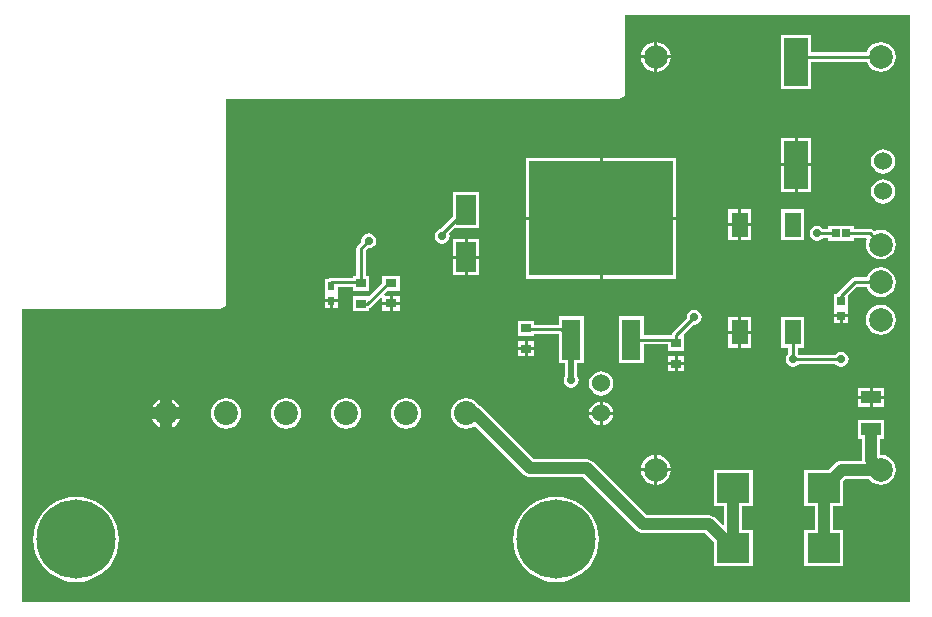
<source format=gbl>
G04 Layer_Physical_Order=2*
G04 Layer_Color=16711680*
%FSLAX25Y25*%
%MOIN*%
G70*
G01*
G75*
%ADD10R,0.03740X0.03150*%
%ADD16R,0.03543X0.02953*%
%ADD17C,0.04000*%
%ADD18C,0.01000*%
%ADD19C,0.02000*%
%ADD20C,0.06000*%
%ADD21C,0.07874*%
%ADD22C,0.07992*%
%ADD23C,0.02900*%
%ADD24R,0.02800X0.02800*%
%ADD25R,0.05512X0.08268*%
%ADD26R,0.11000X0.10000*%
%ADD27R,0.02756X0.02756*%
%ADD28R,0.06693X0.04331*%
%ADD29R,0.06693X0.09843*%
%ADD30R,0.48031X0.38386*%
%ADD31R,0.06299X0.13780*%
%ADD32R,0.07874X0.16142*%
%ADD33C,0.26400*%
%ADD34R,0.02362X0.02953*%
G36*
X297961Y2039D02*
X2039D01*
Y99961D01*
X68000D01*
X68780Y100116D01*
X69442Y100558D01*
X69884Y101220D01*
X70039Y102000D01*
Y169961D01*
X201000D01*
X201780Y170116D01*
X202442Y170558D01*
X202884Y171220D01*
X203039Y172000D01*
Y197961D01*
X297961D01*
Y2039D01*
D02*
G37*
%LPC*%
G36*
X219500Y81055D02*
X217228D01*
Y79079D01*
X219500D01*
Y81055D01*
D02*
G37*
G36*
X195000Y79035D02*
X193956Y78897D01*
X192983Y78494D01*
X192147Y77853D01*
X191506Y77017D01*
X191103Y76044D01*
X190965Y75000D01*
X191103Y73956D01*
X191506Y72983D01*
X192147Y72147D01*
X192983Y71506D01*
X193956Y71103D01*
X195000Y70965D01*
X196044Y71103D01*
X197017Y71506D01*
X197853Y72147D01*
X198494Y72983D01*
X198897Y73956D01*
X199035Y75000D01*
X198897Y76044D01*
X198494Y77017D01*
X197853Y77853D01*
X197017Y78494D01*
X196044Y78897D01*
X195000Y79035D01*
D02*
G37*
G36*
X262575Y97220D02*
X255063D01*
Y86953D01*
X257471D01*
Y84925D01*
X257234Y84766D01*
X256692Y83956D01*
X256502Y83000D01*
X256692Y82044D01*
X257234Y81234D01*
X258044Y80692D01*
X259000Y80502D01*
X259956Y80692D01*
X260766Y81234D01*
X260925Y81471D01*
X273075D01*
X273234Y81234D01*
X274044Y80692D01*
X275000Y80502D01*
X275956Y80692D01*
X276766Y81234D01*
X277308Y82044D01*
X277498Y83000D01*
X277308Y83956D01*
X276766Y84766D01*
X275956Y85308D01*
X275000Y85498D01*
X274044Y85308D01*
X273234Y84766D01*
X273075Y84529D01*
X260925D01*
X260766Y84766D01*
X260529Y84925D01*
Y86953D01*
X262575D01*
Y97220D01*
D02*
G37*
G36*
X222772Y81055D02*
X220500D01*
Y79079D01*
X222772D01*
Y81055D01*
D02*
G37*
G36*
X289347Y73480D02*
X285500D01*
Y70815D01*
X289347D01*
Y73480D01*
D02*
G37*
G36*
X284500Y69815D02*
X280654D01*
Y67150D01*
X284500D01*
Y69815D01*
D02*
G37*
G36*
X52000Y69579D02*
Y67000D01*
X54579D01*
X54364Y67520D01*
X53563Y68563D01*
X52520Y69364D01*
X52000Y69579D01*
D02*
G37*
G36*
X284500Y73480D02*
X280654D01*
Y70815D01*
X284500D01*
Y73480D01*
D02*
G37*
G36*
X289347Y69815D02*
X285500D01*
Y67150D01*
X289347D01*
Y69815D01*
D02*
G37*
G36*
X219500Y84031D02*
X217228D01*
Y82055D01*
X219500D01*
Y84031D01*
D02*
G37*
G36*
X172772Y89031D02*
X170500D01*
Y87055D01*
X172772D01*
Y89031D01*
D02*
G37*
G36*
X169500D02*
X167228D01*
Y87055D01*
X169500D01*
Y89031D01*
D02*
G37*
G36*
X288268Y101161D02*
X286979Y100991D01*
X285778Y100494D01*
X284747Y99702D01*
X283955Y98671D01*
X283458Y97470D01*
X283288Y96181D01*
X283458Y94892D01*
X283955Y93691D01*
X284747Y92660D01*
X285778Y91869D01*
X286979Y91371D01*
X288268Y91202D01*
X289557Y91371D01*
X290757Y91869D01*
X291789Y92660D01*
X292580Y93691D01*
X293078Y94892D01*
X293247Y96181D01*
X293078Y97470D01*
X292580Y98671D01*
X291789Y99702D01*
X290757Y100494D01*
X289557Y100991D01*
X288268Y101161D01*
D02*
G37*
G36*
X226000Y99498D02*
X225044Y99308D01*
X224234Y98766D01*
X223692Y97956D01*
X223502Y97000D01*
X223558Y96720D01*
X218919Y92081D01*
X218587Y91585D01*
X218486Y91076D01*
X218386Y91096D01*
X209150D01*
Y97457D01*
X200850D01*
Y81677D01*
X209150D01*
Y88038D01*
X217228D01*
Y85969D01*
X222772D01*
Y90921D01*
X222737D01*
X222546Y91383D01*
X225721Y94558D01*
X226000Y94502D01*
X226956Y94692D01*
X227766Y95234D01*
X228308Y96044D01*
X228498Y97000D01*
X228308Y97956D01*
X227766Y98766D01*
X226956Y99308D01*
X226000Y99498D01*
D02*
G37*
G36*
X244937Y91587D02*
X241681D01*
Y86953D01*
X244937D01*
Y91587D01*
D02*
G37*
G36*
X169500Y86055D02*
X167228D01*
Y84079D01*
X169500D01*
Y86055D01*
D02*
G37*
G36*
X222772Y84031D02*
X220500D01*
Y82055D01*
X222772D01*
Y84031D01*
D02*
G37*
G36*
X240681Y91587D02*
X237425D01*
Y86953D01*
X240681D01*
Y91587D01*
D02*
G37*
G36*
X172772Y86055D02*
X170500D01*
Y84079D01*
X172772D01*
Y86055D01*
D02*
G37*
G36*
X212768Y51095D02*
X211979Y50991D01*
X210778Y50494D01*
X209747Y49702D01*
X208955Y48671D01*
X208458Y47470D01*
X208354Y46681D01*
X212768D01*
Y51095D01*
D02*
G37*
G36*
X218181Y45681D02*
X213768D01*
Y41267D01*
X214557Y41371D01*
X215757Y41869D01*
X216789Y42660D01*
X217580Y43691D01*
X218078Y44892D01*
X218181Y45681D01*
D02*
G37*
G36*
X70000Y70039D02*
X68696Y69867D01*
X67480Y69364D01*
X66437Y68563D01*
X65636Y67520D01*
X65132Y66304D01*
X64961Y65000D01*
X65132Y63696D01*
X65636Y62480D01*
X66437Y61437D01*
X67480Y60636D01*
X68696Y60132D01*
X70000Y59961D01*
X71304Y60132D01*
X72520Y60636D01*
X73563Y61437D01*
X74364Y62480D01*
X74867Y63696D01*
X75039Y65000D01*
X74867Y66304D01*
X74364Y67520D01*
X73563Y68563D01*
X72520Y69364D01*
X71304Y69867D01*
X70000Y70039D01*
D02*
G37*
G36*
X213768Y51095D02*
Y46681D01*
X218181D01*
X218078Y47470D01*
X217580Y48671D01*
X216789Y49702D01*
X215757Y50494D01*
X214557Y50991D01*
X213768Y51095D01*
D02*
G37*
G36*
X212768Y45681D02*
X208354D01*
X208458Y44892D01*
X208955Y43691D01*
X209747Y42660D01*
X210778Y41869D01*
X211979Y41371D01*
X212768Y41267D01*
Y45681D01*
D02*
G37*
G36*
X180000Y37244D02*
X177772Y37069D01*
X175598Y36547D01*
X173533Y35691D01*
X171628Y34524D01*
X169928Y33072D01*
X168476Y31372D01*
X167309Y29467D01*
X166453Y27402D01*
X165931Y25228D01*
X165756Y23000D01*
X165931Y20772D01*
X166453Y18598D01*
X167309Y16533D01*
X168476Y14628D01*
X169928Y12928D01*
X171628Y11476D01*
X173533Y10309D01*
X175598Y9453D01*
X177772Y8931D01*
X180000Y8756D01*
X182228Y8931D01*
X184402Y9453D01*
X186467Y10309D01*
X188372Y11476D01*
X190072Y12928D01*
X191524Y14628D01*
X192691Y16533D01*
X193547Y18598D01*
X194069Y20772D01*
X194244Y23000D01*
X194069Y25228D01*
X193547Y27402D01*
X192691Y29467D01*
X191524Y31372D01*
X190072Y33072D01*
X188372Y34524D01*
X186467Y35691D01*
X184402Y36547D01*
X182228Y37069D01*
X180000Y37244D01*
D02*
G37*
G36*
X20000D02*
X17772Y37069D01*
X15598Y36547D01*
X13533Y35691D01*
X11628Y34524D01*
X9928Y33072D01*
X8476Y31372D01*
X7309Y29467D01*
X6453Y27402D01*
X5931Y25228D01*
X5756Y23000D01*
X5931Y20772D01*
X6453Y18598D01*
X7309Y16533D01*
X8476Y14628D01*
X9928Y12928D01*
X11628Y11476D01*
X13533Y10309D01*
X15598Y9453D01*
X17772Y8931D01*
X20000Y8756D01*
X22228Y8931D01*
X24402Y9453D01*
X26467Y10309D01*
X28372Y11476D01*
X30072Y12928D01*
X31524Y14628D01*
X32691Y16533D01*
X33547Y18598D01*
X34069Y20772D01*
X34244Y23000D01*
X34069Y25228D01*
X33547Y27402D01*
X32691Y29467D01*
X31524Y31372D01*
X30072Y33072D01*
X28372Y34524D01*
X26467Y35691D01*
X24402Y36547D01*
X22228Y37069D01*
X20000Y37244D01*
D02*
G37*
G36*
X289347Y62850D02*
X280654D01*
Y56520D01*
X281974D01*
Y49449D01*
X281762Y49207D01*
X275181D01*
X274398Y49104D01*
X273668Y48802D01*
X273042Y48321D01*
X270921Y46200D01*
X262700D01*
Y34200D01*
X266174D01*
Y26000D01*
X262700D01*
Y14000D01*
X275700D01*
Y26000D01*
X272226D01*
Y34200D01*
X275700D01*
Y42421D01*
X276434Y43155D01*
X284367D01*
X284747Y42660D01*
X285778Y41869D01*
X286979Y41371D01*
X288268Y41201D01*
X289557Y41371D01*
X290757Y41869D01*
X291789Y42660D01*
X292580Y43691D01*
X293078Y44892D01*
X293247Y46181D01*
X293078Y47470D01*
X292580Y48671D01*
X291789Y49702D01*
X290757Y50494D01*
X289557Y50991D01*
X288268Y51161D01*
X288026Y51373D01*
Y56520D01*
X289347D01*
Y62850D01*
D02*
G37*
G36*
X150000Y70039D02*
X148696Y69867D01*
X147480Y69364D01*
X146437Y68563D01*
X145636Y67520D01*
X145133Y66304D01*
X144961Y65000D01*
X145133Y63696D01*
X145636Y62480D01*
X146437Y61437D01*
X147480Y60636D01*
X148696Y60132D01*
X150000Y59961D01*
X151304Y60132D01*
X152520Y60636D01*
X152839Y60881D01*
X169179Y44541D01*
X169806Y44061D01*
X170536Y43758D01*
X171319Y43655D01*
X189066D01*
X206860Y25860D01*
X207487Y25379D01*
X208217Y25077D01*
X209000Y24974D01*
X229747D01*
X232500Y22221D01*
Y14000D01*
X245500D01*
Y26000D01*
X242026D01*
Y34200D01*
X245500D01*
Y46200D01*
X232500D01*
Y34200D01*
X235974D01*
Y27958D01*
X235512Y27767D01*
X233140Y30140D01*
X232513Y30621D01*
X231783Y30923D01*
X231000Y31026D01*
X210253D01*
X192458Y48821D01*
X191832Y49302D01*
X191102Y49604D01*
X190319Y49707D01*
X172572D01*
X155140Y67140D01*
X154513Y67620D01*
X154181Y67758D01*
X153563Y68563D01*
X152520Y69364D01*
X151304Y69867D01*
X150000Y70039D01*
D02*
G37*
G36*
X90000D02*
X88696Y69867D01*
X87480Y69364D01*
X86437Y68563D01*
X85636Y67520D01*
X85132Y66304D01*
X84961Y65000D01*
X85132Y63696D01*
X85636Y62480D01*
X86437Y61437D01*
X87480Y60636D01*
X88696Y60132D01*
X90000Y59961D01*
X91304Y60132D01*
X92520Y60636D01*
X93563Y61437D01*
X94364Y62480D01*
X94867Y63696D01*
X95039Y65000D01*
X94867Y66304D01*
X94364Y67520D01*
X93563Y68563D01*
X92520Y69364D01*
X91304Y69867D01*
X90000Y70039D01*
D02*
G37*
G36*
X194500Y68969D02*
X193956Y68897D01*
X192983Y68494D01*
X192147Y67853D01*
X191506Y67017D01*
X191103Y66044D01*
X191031Y65500D01*
X194500D01*
Y68969D01*
D02*
G37*
G36*
X198969Y64500D02*
X195500D01*
Y61031D01*
X196044Y61103D01*
X197017Y61506D01*
X197853Y62147D01*
X198494Y62983D01*
X198897Y63956D01*
X198969Y64500D01*
D02*
G37*
G36*
X48000Y69579D02*
X47480Y69364D01*
X46437Y68563D01*
X45636Y67520D01*
X45421Y67000D01*
X48000D01*
Y69579D01*
D02*
G37*
G36*
X195500Y68969D02*
Y65500D01*
X198969D01*
X198897Y66044D01*
X198494Y67017D01*
X197853Y67853D01*
X197017Y68494D01*
X196044Y68897D01*
X195500Y68969D01*
D02*
G37*
G36*
X194500Y64500D02*
X191031D01*
X191103Y63956D01*
X191506Y62983D01*
X192147Y62147D01*
X192983Y61506D01*
X193956Y61103D01*
X194500Y61031D01*
Y64500D01*
D02*
G37*
G36*
X130000Y70039D02*
X128696Y69867D01*
X127480Y69364D01*
X126437Y68563D01*
X125636Y67520D01*
X125133Y66304D01*
X124961Y65000D01*
X125133Y63696D01*
X125636Y62480D01*
X126437Y61437D01*
X127480Y60636D01*
X128696Y60132D01*
X130000Y59961D01*
X131304Y60132D01*
X132520Y60636D01*
X133563Y61437D01*
X134364Y62480D01*
X134868Y63696D01*
X135039Y65000D01*
X134868Y66304D01*
X134364Y67520D01*
X133563Y68563D01*
X132520Y69364D01*
X131304Y69867D01*
X130000Y70039D01*
D02*
G37*
G36*
X110000D02*
X108696Y69867D01*
X107480Y69364D01*
X106437Y68563D01*
X105636Y67520D01*
X105132Y66304D01*
X104961Y65000D01*
X105132Y63696D01*
X105636Y62480D01*
X106437Y61437D01*
X107480Y60636D01*
X108696Y60132D01*
X110000Y59961D01*
X111304Y60132D01*
X112520Y60636D01*
X113563Y61437D01*
X114364Y62480D01*
X114867Y63696D01*
X115039Y65000D01*
X114867Y66304D01*
X114364Y67520D01*
X113563Y68563D01*
X112520Y69364D01*
X111304Y69867D01*
X110000Y70039D01*
D02*
G37*
G36*
X54579Y63000D02*
X52000D01*
Y60421D01*
X52520Y60636D01*
X53563Y61437D01*
X54364Y62480D01*
X54579Y63000D01*
D02*
G37*
G36*
X48000D02*
X45421D01*
X45636Y62480D01*
X46437Y61437D01*
X47480Y60636D01*
X48000Y60421D01*
Y63000D01*
D02*
G37*
G36*
X194500Y150193D02*
X169984D01*
Y130500D01*
X194500D01*
Y150193D01*
D02*
G37*
G36*
X244937Y133047D02*
X241681D01*
Y128413D01*
X244937D01*
Y133047D01*
D02*
G37*
G36*
X289000Y143035D02*
X287956Y142897D01*
X286983Y142494D01*
X286147Y141853D01*
X285506Y141017D01*
X285103Y140044D01*
X284965Y139000D01*
X285103Y137956D01*
X285506Y136983D01*
X286147Y136147D01*
X286983Y135506D01*
X287956Y135103D01*
X289000Y134966D01*
X290044Y135103D01*
X291017Y135506D01*
X291853Y136147D01*
X292494Y136983D01*
X292897Y137956D01*
X293035Y139000D01*
X292897Y140044D01*
X292494Y141017D01*
X291853Y141853D01*
X291017Y142494D01*
X290044Y142897D01*
X289000Y143035D01*
D02*
G37*
G36*
X220016Y150193D02*
X195500D01*
Y130500D01*
X220016D01*
Y150193D01*
D02*
G37*
G36*
X240681Y133047D02*
X237425D01*
Y128413D01*
X240681D01*
Y133047D01*
D02*
G37*
G36*
Y127413D02*
X237425D01*
Y122780D01*
X240681D01*
Y127413D01*
D02*
G37*
G36*
X154347Y138795D02*
X145653D01*
Y130690D01*
X141327Y126364D01*
X141044Y126308D01*
X140234Y125766D01*
X139692Y124956D01*
X139502Y124000D01*
X139692Y123044D01*
X140234Y122234D01*
X141044Y121692D01*
X142000Y121502D01*
X142956Y121692D01*
X143766Y122234D01*
X144308Y123044D01*
X144498Y124000D01*
X144308Y124956D01*
X144283Y124994D01*
X146242Y126953D01*
X154347D01*
Y138795D01*
D02*
G37*
G36*
X262575Y133047D02*
X255063D01*
Y122780D01*
X262575D01*
Y133047D01*
D02*
G37*
G36*
X244937Y127413D02*
X241681D01*
Y122780D01*
X244937D01*
Y127413D01*
D02*
G37*
G36*
X259500Y147374D02*
X255063D01*
Y138803D01*
X259500D01*
Y147374D01*
D02*
G37*
G36*
X218181Y183319D02*
X213768D01*
Y178905D01*
X214557Y179009D01*
X215757Y179506D01*
X216789Y180298D01*
X217580Y181329D01*
X218078Y182530D01*
X218181Y183319D01*
D02*
G37*
G36*
X212768D02*
X208354D01*
X208458Y182530D01*
X208955Y181329D01*
X209747Y180298D01*
X210778Y179506D01*
X211979Y179009D01*
X212768Y178905D01*
Y183319D01*
D02*
G37*
G36*
X213768Y188733D02*
Y184319D01*
X218181D01*
X218078Y185108D01*
X217580Y186309D01*
X216789Y187340D01*
X215757Y188131D01*
X214557Y188629D01*
X213768Y188733D01*
D02*
G37*
G36*
X212768D02*
X211979Y188629D01*
X210778Y188131D01*
X209747Y187340D01*
X208955Y186309D01*
X208458Y185108D01*
X208354Y184319D01*
X212768D01*
Y188733D01*
D02*
G37*
G36*
X264937Y191197D02*
X255063D01*
Y173055D01*
X264937D01*
Y182290D01*
X283557D01*
X283955Y181329D01*
X284747Y180298D01*
X285778Y179506D01*
X286979Y179009D01*
X288268Y178839D01*
X289557Y179009D01*
X290757Y179506D01*
X291789Y180298D01*
X292580Y181329D01*
X293078Y182530D01*
X293247Y183819D01*
X293078Y185108D01*
X292580Y186309D01*
X291789Y187340D01*
X290757Y188131D01*
X289557Y188629D01*
X288268Y188798D01*
X286979Y188629D01*
X285778Y188131D01*
X284747Y187340D01*
X283955Y186309D01*
X283557Y185348D01*
X264937D01*
Y191197D01*
D02*
G37*
G36*
X289000Y153034D02*
X287956Y152897D01*
X286983Y152494D01*
X286147Y151853D01*
X285506Y151017D01*
X285103Y150044D01*
X284965Y149000D01*
X285103Y147956D01*
X285506Y146983D01*
X286147Y146147D01*
X286983Y145506D01*
X287956Y145103D01*
X289000Y144966D01*
X290044Y145103D01*
X291017Y145506D01*
X291853Y146147D01*
X292494Y146983D01*
X292897Y147956D01*
X293035Y149000D01*
X292897Y150044D01*
X292494Y151017D01*
X291853Y151853D01*
X291017Y152494D01*
X290044Y152897D01*
X289000Y153034D01*
D02*
G37*
G36*
X264937Y147374D02*
X260500D01*
Y138803D01*
X264937D01*
Y147374D01*
D02*
G37*
G36*
Y156945D02*
X260500D01*
Y148374D01*
X264937D01*
Y156945D01*
D02*
G37*
G36*
X259500D02*
X255063D01*
Y148374D01*
X259500D01*
Y156945D01*
D02*
G37*
G36*
X117500Y124998D02*
X116544Y124808D01*
X115734Y124266D01*
X115192Y123456D01*
X115002Y122500D01*
X115058Y122221D01*
X113919Y121081D01*
X113587Y120585D01*
X113471Y120000D01*
Y110921D01*
X112228D01*
Y110171D01*
X105000D01*
X104415Y110055D01*
X104239Y109937D01*
X102819D01*
Y104984D01*
Y103039D01*
X105000D01*
X107181D01*
Y104984D01*
Y107112D01*
X112228D01*
Y105968D01*
X117772D01*
Y110921D01*
X116529D01*
Y119367D01*
X117220Y120058D01*
X117500Y120002D01*
X118456Y120192D01*
X119266Y120734D01*
X119808Y121544D01*
X119998Y122500D01*
X119808Y123456D01*
X119266Y124266D01*
X118456Y124808D01*
X117500Y124998D01*
D02*
G37*
G36*
X127870Y101154D02*
X125500D01*
Y99079D01*
X127870D01*
Y101154D01*
D02*
G37*
G36*
X124500D02*
X122130D01*
Y99079D01*
X124500D01*
Y101154D01*
D02*
G37*
G36*
X107181Y102039D02*
X105500D01*
Y100063D01*
X107181D01*
Y102039D01*
D02*
G37*
G36*
X104500D02*
X102819D01*
Y100063D01*
X104500D01*
Y102039D01*
D02*
G37*
G36*
X277378Y97138D02*
X275500D01*
Y95260D01*
X277378D01*
Y97138D01*
D02*
G37*
G36*
X244937Y97220D02*
X241681D01*
Y92587D01*
X244937D01*
Y97220D01*
D02*
G37*
G36*
X240681D02*
X237425D01*
Y92587D01*
X240681D01*
Y97220D01*
D02*
G37*
G36*
X274500Y97138D02*
X272622D01*
Y95260D01*
X274500D01*
Y97138D01*
D02*
G37*
G36*
X189150Y97457D02*
X180850D01*
Y94529D01*
X172772D01*
Y95921D01*
X167228D01*
Y90969D01*
X172772D01*
Y91471D01*
X180850D01*
Y81677D01*
X182961D01*
Y77358D01*
X182692Y76956D01*
X182502Y76000D01*
X182692Y75044D01*
X183234Y74234D01*
X184044Y73692D01*
X185000Y73502D01*
X185956Y73692D01*
X186766Y74234D01*
X187308Y75044D01*
X187498Y76000D01*
X187308Y76956D01*
X187039Y77358D01*
Y81677D01*
X189150D01*
Y97457D01*
D02*
G37*
G36*
X127870Y110921D02*
X122130D01*
Y108525D01*
X117636Y104032D01*
X112228D01*
Y99079D01*
X117772D01*
Y99986D01*
X118207Y100277D01*
X121668Y103737D01*
X122130Y103546D01*
Y102154D01*
X124500D01*
Y104228D01*
X122812D01*
X122621Y104690D01*
X123702Y105772D01*
X127870D01*
Y110921D01*
D02*
G37*
G36*
X267000Y127498D02*
X266044Y127308D01*
X265234Y126766D01*
X264692Y125956D01*
X264502Y125000D01*
X264692Y124044D01*
X265234Y123234D01*
X266044Y122692D01*
X267000Y122502D01*
X267956Y122692D01*
X268766Y123234D01*
X268925Y123471D01*
X270800D01*
Y122600D01*
X279200D01*
Y123471D01*
X283373D01*
X283651Y123055D01*
X283458Y122588D01*
X283288Y121299D01*
X283458Y120010D01*
X283955Y118809D01*
X284747Y117778D01*
X285778Y116987D01*
X286979Y116489D01*
X288268Y116320D01*
X289557Y116489D01*
X290757Y116987D01*
X291789Y117778D01*
X292580Y118809D01*
X293078Y120010D01*
X293247Y121299D01*
X293078Y122588D01*
X292580Y123789D01*
X291789Y124820D01*
X290757Y125612D01*
X289557Y126109D01*
X288268Y126279D01*
X286979Y126109D01*
X286018Y125711D01*
X285648Y126081D01*
X285152Y126413D01*
X284567Y126529D01*
X279200D01*
Y127400D01*
X270800D01*
Y126529D01*
X268925D01*
X268766Y126766D01*
X267956Y127308D01*
X267000Y127498D01*
D02*
G37*
G36*
X154347Y116626D02*
X150500D01*
Y111205D01*
X154347D01*
Y116626D01*
D02*
G37*
G36*
Y123047D02*
X150500D01*
Y117626D01*
X154347D01*
Y123047D01*
D02*
G37*
G36*
X149500D02*
X145653D01*
Y117626D01*
X149500D01*
Y123047D01*
D02*
G37*
G36*
Y116626D02*
X145653D01*
Y111205D01*
X149500D01*
Y116626D01*
D02*
G37*
G36*
X288268Y113759D02*
X286979Y113590D01*
X285778Y113092D01*
X284747Y112301D01*
X283955Y111269D01*
X283557Y110309D01*
X279547D01*
X278962Y110193D01*
X278466Y109861D01*
X273919Y105314D01*
X273587Y104818D01*
X273572Y104740D01*
X272622D01*
Y99984D01*
Y98138D01*
X275000D01*
X277378D01*
Y99984D01*
Y104447D01*
X280181Y107250D01*
X283557D01*
X283955Y106290D01*
X284747Y105258D01*
X285778Y104467D01*
X286979Y103970D01*
X288268Y103800D01*
X289557Y103970D01*
X290757Y104467D01*
X291789Y105258D01*
X292580Y106290D01*
X293078Y107491D01*
X293247Y108780D01*
X293078Y110068D01*
X292580Y111269D01*
X291789Y112301D01*
X290757Y113092D01*
X289557Y113590D01*
X288268Y113759D01*
D02*
G37*
G36*
X127870Y104228D02*
X125500D01*
Y102154D01*
X127870D01*
Y104228D01*
D02*
G37*
G36*
X220016Y129500D02*
X195500D01*
Y109807D01*
X220016D01*
Y129500D01*
D02*
G37*
G36*
X194500D02*
X169984D01*
Y109807D01*
X194500D01*
Y129500D01*
D02*
G37*
%LPD*%
D10*
X125000Y108346D02*
D03*
Y101654D02*
D03*
D16*
X220000Y81555D02*
D03*
Y88445D02*
D03*
X170000Y86555D02*
D03*
Y93445D02*
D03*
X115000Y101555D02*
D03*
Y108445D02*
D03*
D17*
X231000Y28000D02*
X239000Y20000D01*
X285000Y49449D02*
Y59685D01*
Y49449D02*
X288268Y46181D01*
X239000Y20000D02*
Y40200D01*
X269200Y20000D02*
Y40200D01*
X275181Y46181D01*
X288268D01*
X209000Y28000D02*
X231000D01*
X150000Y65000D02*
X153000D01*
X171319Y46681D01*
X190319D01*
X209000Y28000D01*
D18*
X267000Y125000D02*
X273200D01*
X276800D02*
X284567D01*
X288268Y121299D01*
X275000Y102362D02*
Y104232D01*
X259000Y83000D02*
X275000D01*
X258819Y92087D02*
X259000Y91905D01*
Y83000D02*
Y91905D01*
X275000Y104232D02*
X279547Y108780D01*
X288268D01*
X170047Y93000D02*
X181567D01*
X185000Y89567D01*
X218386D02*
X220000Y87953D01*
X205000Y89567D02*
X218386D01*
X105000Y108642D02*
X115000D01*
Y101358D02*
X117126D01*
X142000Y124000D02*
Y124874D01*
X150000Y132874D01*
X117126Y101358D02*
X125000Y109232D01*
X115000Y108642D02*
Y120000D01*
X117500Y122500D01*
X261693Y183819D02*
X288268D01*
X260000Y182126D02*
X261693Y183819D01*
X220000Y91000D02*
X226000Y97000D01*
X220000Y87953D02*
Y91000D01*
D19*
X185000Y76000D02*
Y89567D01*
D20*
X289000Y149000D02*
D03*
Y139000D02*
D03*
X195000Y65000D02*
D03*
Y75000D02*
D03*
D21*
X288268Y108780D02*
D03*
Y121299D02*
D03*
Y96181D02*
D03*
Y46181D02*
D03*
Y183819D02*
D03*
X213268D02*
D03*
Y46181D02*
D03*
D22*
X130000Y65000D02*
D03*
X110000D02*
D03*
X90000D02*
D03*
X70000D02*
D03*
X50000D02*
D03*
X150000D02*
D03*
D23*
X267000Y125000D02*
D03*
X275000Y83000D02*
D03*
X259000D02*
D03*
X185000Y76000D02*
D03*
X142000Y124000D02*
D03*
X83000Y135000D02*
D03*
Y125000D02*
D03*
Y115000D02*
D03*
Y105000D02*
D03*
X125000Y85083D02*
D03*
X122000Y124000D02*
D03*
X117500Y122500D02*
D03*
X226000Y97000D02*
D03*
D24*
X276800Y125000D02*
D03*
X273200D02*
D03*
D25*
X241181Y127913D02*
D03*
X258819D02*
D03*
Y92087D02*
D03*
X241181D02*
D03*
D26*
X239000Y20000D02*
D03*
Y40200D02*
D03*
X269200D02*
D03*
Y20000D02*
D03*
D27*
X275000Y102362D02*
D03*
Y97638D02*
D03*
D28*
X285000Y59685D02*
D03*
Y70315D02*
D03*
D29*
X150000Y132874D02*
D03*
Y117126D02*
D03*
D30*
X195000Y130000D02*
D03*
D31*
X205000Y89567D02*
D03*
X185000D02*
D03*
D32*
X260000Y147874D02*
D03*
Y182126D02*
D03*
D33*
X20000Y23000D02*
D03*
X180000D02*
D03*
D34*
X105000Y102539D02*
D03*
Y107461D02*
D03*
M02*

</source>
